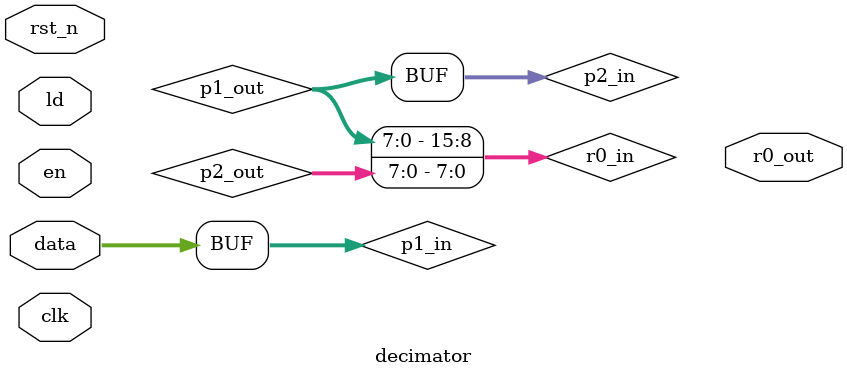
<source format=v>
module decimator(en,ld,rst_n,clk,data,r0_out);

input en, ld, rst_n, clk;
input [7:0]data;
reg [7:0] p1_in, p2_in, p1_out, p2_out;
reg [15:0] r0_in;
output reg [15:0] r0_out;
reg p_en, r0_en;
parameter s0=0,s1=1,s2=2;
reg [1:0]ps,ns;

always@(*) begin
p1_in[7:0]<=data[7:0];
p2_in[7:0]<=p1_out;
r0_in[15:8]<=p1_out;
r0_in[7:0]<=p2_out;
end

always@(posedge clk or negedge rst_n) begin
	if(!rst_n) ps <= s0; else ps <= ns;
end

always@(*) begin
	case(ps)
	s0: if(en==1'b0)ns<=s0; else ns<=s1;
	s1: if(en==1'b0)ns<=s1; else ns<=s2;
	s2: if(ld==1'b0)ns<=s1;
		else if(en==1)ns<=s1;
			else ns<=s0;
	default:ns<=s0;
endcase
end

always@(*) begin
	case(ps)
	s0: if(en==1'b0){p_en,r0_en}<=2'b00; else {p_en,r0_en}<=2'b10;
	s1: if(en==1'b0){p_en,r0_en}<=2'b00; else {p_en,r0_en}<=2'b10;
	s2: if(ld==1'b0){p_en,r0_en}<=2'b00;
		else if(en==1'b0){p_en,r0_en}<=2'b01;
			else {p_en,r0_en}<=2'b11;
	default: {p_en,r0_en}<=2'b00;
endcase
end
endmodule 
</source>
